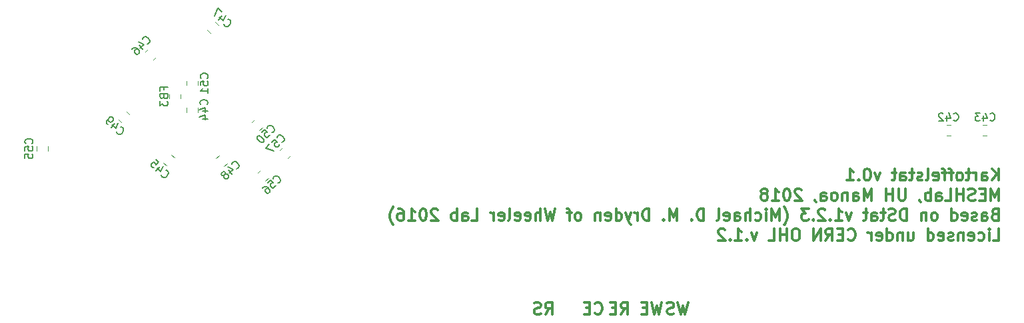
<source format=gbo>
G04 #@! TF.GenerationSoftware,KiCad,Pcbnew,(5.0.0)*
G04 #@! TF.CreationDate,2018-11-01T18:13:55-10:00*
G04 #@! TF.ProjectId,dstat-mainboard,64737461742D6D61696E626F6172642E,1.2.3*
G04 #@! TF.SameCoordinates,Original*
G04 #@! TF.FileFunction,Legend,Bot*
G04 #@! TF.FilePolarity,Positive*
%FSLAX46Y46*%
G04 Gerber Fmt 4.6, Leading zero omitted, Abs format (unit mm)*
G04 Created by KiCad (PCBNEW (5.0.0)) date 11/01/18 18:13:55*
%MOMM*%
%LPD*%
G01*
G04 APERTURE LIST*
%ADD10C,0.300000*%
%ADD11C,0.120000*%
%ADD12C,0.150000*%
G04 APERTURE END LIST*
D10*
X178204642Y-121670071D02*
X177847500Y-123170071D01*
X177561785Y-122098642D01*
X177276071Y-123170071D01*
X176918928Y-121670071D01*
X176418928Y-123098642D02*
X176204642Y-123170071D01*
X175847500Y-123170071D01*
X175704642Y-123098642D01*
X175633214Y-123027214D01*
X175561785Y-122884357D01*
X175561785Y-122741500D01*
X175633214Y-122598642D01*
X175704642Y-122527214D01*
X175847500Y-122455785D01*
X176133214Y-122384357D01*
X176276071Y-122312928D01*
X176347500Y-122241500D01*
X176418928Y-122098642D01*
X176418928Y-121955785D01*
X176347500Y-121812928D01*
X176276071Y-121741500D01*
X176133214Y-121670071D01*
X175776071Y-121670071D01*
X175561785Y-121741500D01*
X174866928Y-121670071D02*
X174509785Y-123170071D01*
X174224071Y-122098642D01*
X173938357Y-123170071D01*
X173581214Y-121670071D01*
X173009785Y-122384357D02*
X172509785Y-122384357D01*
X172295500Y-123170071D02*
X173009785Y-123170071D01*
X173009785Y-121670071D01*
X172295500Y-121670071D01*
X169695785Y-123170071D02*
X170195785Y-122455785D01*
X170552928Y-123170071D02*
X170552928Y-121670071D01*
X169981500Y-121670071D01*
X169838642Y-121741500D01*
X169767214Y-121812928D01*
X169695785Y-121955785D01*
X169695785Y-122170071D01*
X169767214Y-122312928D01*
X169838642Y-122384357D01*
X169981500Y-122455785D01*
X170552928Y-122455785D01*
X169052928Y-122384357D02*
X168552928Y-122384357D01*
X168338642Y-123170071D02*
X169052928Y-123170071D01*
X169052928Y-121670071D01*
X168338642Y-121670071D01*
X166393785Y-123027214D02*
X166465214Y-123098642D01*
X166679500Y-123170071D01*
X166822357Y-123170071D01*
X167036642Y-123098642D01*
X167179500Y-122955785D01*
X167250928Y-122812928D01*
X167322357Y-122527214D01*
X167322357Y-122312928D01*
X167250928Y-122027214D01*
X167179500Y-121884357D01*
X167036642Y-121741500D01*
X166822357Y-121670071D01*
X166679500Y-121670071D01*
X166465214Y-121741500D01*
X166393785Y-121812928D01*
X165750928Y-122384357D02*
X165250928Y-122384357D01*
X165036642Y-123170071D02*
X165750928Y-123170071D01*
X165750928Y-121670071D01*
X165036642Y-121670071D01*
X160079500Y-123170071D02*
X160579500Y-122455785D01*
X160936642Y-123170071D02*
X160936642Y-121670071D01*
X160365214Y-121670071D01*
X160222357Y-121741500D01*
X160150928Y-121812928D01*
X160079500Y-121955785D01*
X160079500Y-122170071D01*
X160150928Y-122312928D01*
X160222357Y-122384357D01*
X160365214Y-122455785D01*
X160936642Y-122455785D01*
X159508071Y-123098642D02*
X159293785Y-123170071D01*
X158936642Y-123170071D01*
X158793785Y-123098642D01*
X158722357Y-123027214D01*
X158650928Y-122884357D01*
X158650928Y-122741500D01*
X158722357Y-122598642D01*
X158793785Y-122527214D01*
X158936642Y-122455785D01*
X159222357Y-122384357D01*
X159365214Y-122312928D01*
X159436642Y-122241500D01*
X159508071Y-122098642D01*
X159508071Y-121955785D01*
X159436642Y-121812928D01*
X159365214Y-121741500D01*
X159222357Y-121670071D01*
X158865214Y-121670071D01*
X158650928Y-121741500D01*
X217697357Y-106137071D02*
X217697357Y-104637071D01*
X216840214Y-106137071D02*
X217483071Y-105279928D01*
X216840214Y-104637071D02*
X217697357Y-105494214D01*
X215554500Y-106137071D02*
X215554500Y-105351357D01*
X215625928Y-105208500D01*
X215768785Y-105137071D01*
X216054500Y-105137071D01*
X216197357Y-105208500D01*
X215554500Y-106065642D02*
X215697357Y-106137071D01*
X216054500Y-106137071D01*
X216197357Y-106065642D01*
X216268785Y-105922785D01*
X216268785Y-105779928D01*
X216197357Y-105637071D01*
X216054500Y-105565642D01*
X215697357Y-105565642D01*
X215554500Y-105494214D01*
X214840214Y-106137071D02*
X214840214Y-105137071D01*
X214840214Y-105422785D02*
X214768785Y-105279928D01*
X214697357Y-105208500D01*
X214554500Y-105137071D01*
X214411642Y-105137071D01*
X214125928Y-105137071D02*
X213554500Y-105137071D01*
X213911642Y-104637071D02*
X213911642Y-105922785D01*
X213840214Y-106065642D01*
X213697357Y-106137071D01*
X213554500Y-106137071D01*
X212840214Y-106137071D02*
X212983071Y-106065642D01*
X213054500Y-105994214D01*
X213125928Y-105851357D01*
X213125928Y-105422785D01*
X213054500Y-105279928D01*
X212983071Y-105208500D01*
X212840214Y-105137071D01*
X212625928Y-105137071D01*
X212483071Y-105208500D01*
X212411642Y-105279928D01*
X212340214Y-105422785D01*
X212340214Y-105851357D01*
X212411642Y-105994214D01*
X212483071Y-106065642D01*
X212625928Y-106137071D01*
X212840214Y-106137071D01*
X211911642Y-105137071D02*
X211340214Y-105137071D01*
X211697357Y-106137071D02*
X211697357Y-104851357D01*
X211625928Y-104708500D01*
X211483071Y-104637071D01*
X211340214Y-104637071D01*
X211054500Y-105137071D02*
X210483071Y-105137071D01*
X210840214Y-106137071D02*
X210840214Y-104851357D01*
X210768785Y-104708500D01*
X210625928Y-104637071D01*
X210483071Y-104637071D01*
X209411642Y-106065642D02*
X209554500Y-106137071D01*
X209840214Y-106137071D01*
X209983071Y-106065642D01*
X210054500Y-105922785D01*
X210054500Y-105351357D01*
X209983071Y-105208500D01*
X209840214Y-105137071D01*
X209554500Y-105137071D01*
X209411642Y-105208500D01*
X209340214Y-105351357D01*
X209340214Y-105494214D01*
X210054500Y-105637071D01*
X208483071Y-106137071D02*
X208625928Y-106065642D01*
X208697357Y-105922785D01*
X208697357Y-104637071D01*
X207983071Y-106065642D02*
X207840214Y-106137071D01*
X207554500Y-106137071D01*
X207411642Y-106065642D01*
X207340214Y-105922785D01*
X207340214Y-105851357D01*
X207411642Y-105708500D01*
X207554500Y-105637071D01*
X207768785Y-105637071D01*
X207911642Y-105565642D01*
X207983071Y-105422785D01*
X207983071Y-105351357D01*
X207911642Y-105208500D01*
X207768785Y-105137071D01*
X207554500Y-105137071D01*
X207411642Y-105208500D01*
X206911642Y-105137071D02*
X206340214Y-105137071D01*
X206697357Y-104637071D02*
X206697357Y-105922785D01*
X206625928Y-106065642D01*
X206483071Y-106137071D01*
X206340214Y-106137071D01*
X205197357Y-106137071D02*
X205197357Y-105351357D01*
X205268785Y-105208500D01*
X205411642Y-105137071D01*
X205697357Y-105137071D01*
X205840214Y-105208500D01*
X205197357Y-106065642D02*
X205340214Y-106137071D01*
X205697357Y-106137071D01*
X205840214Y-106065642D01*
X205911642Y-105922785D01*
X205911642Y-105779928D01*
X205840214Y-105637071D01*
X205697357Y-105565642D01*
X205340214Y-105565642D01*
X205197357Y-105494214D01*
X204697357Y-105137071D02*
X204125928Y-105137071D01*
X204483071Y-104637071D02*
X204483071Y-105922785D01*
X204411642Y-106065642D01*
X204268785Y-106137071D01*
X204125928Y-106137071D01*
X202625928Y-105137071D02*
X202268785Y-106137071D01*
X201911642Y-105137071D01*
X201054500Y-104637071D02*
X200911642Y-104637071D01*
X200768785Y-104708500D01*
X200697357Y-104779928D01*
X200625928Y-104922785D01*
X200554500Y-105208500D01*
X200554500Y-105565642D01*
X200625928Y-105851357D01*
X200697357Y-105994214D01*
X200768785Y-106065642D01*
X200911642Y-106137071D01*
X201054500Y-106137071D01*
X201197357Y-106065642D01*
X201268785Y-105994214D01*
X201340214Y-105851357D01*
X201411642Y-105565642D01*
X201411642Y-105208500D01*
X201340214Y-104922785D01*
X201268785Y-104779928D01*
X201197357Y-104708500D01*
X201054500Y-104637071D01*
X199911642Y-105994214D02*
X199840214Y-106065642D01*
X199911642Y-106137071D01*
X199983071Y-106065642D01*
X199911642Y-105994214D01*
X199911642Y-106137071D01*
X198411642Y-106137071D02*
X199268785Y-106137071D01*
X198840214Y-106137071D02*
X198840214Y-104637071D01*
X198983071Y-104851357D01*
X199125928Y-104994214D01*
X199268785Y-105065642D01*
X217697357Y-108687071D02*
X217697357Y-107187071D01*
X217197357Y-108258500D01*
X216697357Y-107187071D01*
X216697357Y-108687071D01*
X215983071Y-107901357D02*
X215483071Y-107901357D01*
X215268785Y-108687071D02*
X215983071Y-108687071D01*
X215983071Y-107187071D01*
X215268785Y-107187071D01*
X214697357Y-108615642D02*
X214483071Y-108687071D01*
X214125928Y-108687071D01*
X213983071Y-108615642D01*
X213911642Y-108544214D01*
X213840214Y-108401357D01*
X213840214Y-108258500D01*
X213911642Y-108115642D01*
X213983071Y-108044214D01*
X214125928Y-107972785D01*
X214411642Y-107901357D01*
X214554500Y-107829928D01*
X214625928Y-107758500D01*
X214697357Y-107615642D01*
X214697357Y-107472785D01*
X214625928Y-107329928D01*
X214554500Y-107258500D01*
X214411642Y-107187071D01*
X214054500Y-107187071D01*
X213840214Y-107258500D01*
X213197357Y-108687071D02*
X213197357Y-107187071D01*
X213197357Y-107901357D02*
X212340214Y-107901357D01*
X212340214Y-108687071D02*
X212340214Y-107187071D01*
X210911642Y-108687071D02*
X211625928Y-108687071D01*
X211625928Y-107187071D01*
X209768785Y-108687071D02*
X209768785Y-107901357D01*
X209840214Y-107758500D01*
X209983071Y-107687071D01*
X210268785Y-107687071D01*
X210411642Y-107758500D01*
X209768785Y-108615642D02*
X209911642Y-108687071D01*
X210268785Y-108687071D01*
X210411642Y-108615642D01*
X210483071Y-108472785D01*
X210483071Y-108329928D01*
X210411642Y-108187071D01*
X210268785Y-108115642D01*
X209911642Y-108115642D01*
X209768785Y-108044214D01*
X209054500Y-108687071D02*
X209054500Y-107187071D01*
X209054500Y-107758500D02*
X208911642Y-107687071D01*
X208625928Y-107687071D01*
X208483071Y-107758500D01*
X208411642Y-107829928D01*
X208340214Y-107972785D01*
X208340214Y-108401357D01*
X208411642Y-108544214D01*
X208483071Y-108615642D01*
X208625928Y-108687071D01*
X208911642Y-108687071D01*
X209054500Y-108615642D01*
X207625928Y-108615642D02*
X207625928Y-108687071D01*
X207697357Y-108829928D01*
X207768785Y-108901357D01*
X205840214Y-107187071D02*
X205840214Y-108401357D01*
X205768785Y-108544214D01*
X205697357Y-108615642D01*
X205554500Y-108687071D01*
X205268785Y-108687071D01*
X205125928Y-108615642D01*
X205054500Y-108544214D01*
X204983071Y-108401357D01*
X204983071Y-107187071D01*
X204268785Y-108687071D02*
X204268785Y-107187071D01*
X204268785Y-107901357D02*
X203411642Y-107901357D01*
X203411642Y-108687071D02*
X203411642Y-107187071D01*
X201554500Y-108687071D02*
X201554500Y-107187071D01*
X201054500Y-108258500D01*
X200554500Y-107187071D01*
X200554500Y-108687071D01*
X199197357Y-108687071D02*
X199197357Y-107901357D01*
X199268785Y-107758500D01*
X199411642Y-107687071D01*
X199697357Y-107687071D01*
X199840214Y-107758500D01*
X199197357Y-108615642D02*
X199340214Y-108687071D01*
X199697357Y-108687071D01*
X199840214Y-108615642D01*
X199911642Y-108472785D01*
X199911642Y-108329928D01*
X199840214Y-108187071D01*
X199697357Y-108115642D01*
X199340214Y-108115642D01*
X199197357Y-108044214D01*
X198483071Y-107687071D02*
X198483071Y-108687071D01*
X198483071Y-107829928D02*
X198411642Y-107758500D01*
X198268785Y-107687071D01*
X198054500Y-107687071D01*
X197911642Y-107758500D01*
X197840214Y-107901357D01*
X197840214Y-108687071D01*
X196911642Y-108687071D02*
X197054500Y-108615642D01*
X197125928Y-108544214D01*
X197197357Y-108401357D01*
X197197357Y-107972785D01*
X197125928Y-107829928D01*
X197054500Y-107758500D01*
X196911642Y-107687071D01*
X196697357Y-107687071D01*
X196554500Y-107758500D01*
X196483071Y-107829928D01*
X196411642Y-107972785D01*
X196411642Y-108401357D01*
X196483071Y-108544214D01*
X196554500Y-108615642D01*
X196697357Y-108687071D01*
X196911642Y-108687071D01*
X195125928Y-108687071D02*
X195125928Y-107901357D01*
X195197357Y-107758500D01*
X195340214Y-107687071D01*
X195625928Y-107687071D01*
X195768785Y-107758500D01*
X195125928Y-108615642D02*
X195268785Y-108687071D01*
X195625928Y-108687071D01*
X195768785Y-108615642D01*
X195840214Y-108472785D01*
X195840214Y-108329928D01*
X195768785Y-108187071D01*
X195625928Y-108115642D01*
X195268785Y-108115642D01*
X195125928Y-108044214D01*
X194340214Y-108615642D02*
X194340214Y-108687071D01*
X194411642Y-108829928D01*
X194483071Y-108901357D01*
X192625928Y-107329928D02*
X192554500Y-107258500D01*
X192411642Y-107187071D01*
X192054500Y-107187071D01*
X191911642Y-107258500D01*
X191840214Y-107329928D01*
X191768785Y-107472785D01*
X191768785Y-107615642D01*
X191840214Y-107829928D01*
X192697357Y-108687071D01*
X191768785Y-108687071D01*
X190840214Y-107187071D02*
X190697357Y-107187071D01*
X190554500Y-107258500D01*
X190483071Y-107329928D01*
X190411642Y-107472785D01*
X190340214Y-107758500D01*
X190340214Y-108115642D01*
X190411642Y-108401357D01*
X190483071Y-108544214D01*
X190554500Y-108615642D01*
X190697357Y-108687071D01*
X190840214Y-108687071D01*
X190983071Y-108615642D01*
X191054500Y-108544214D01*
X191125928Y-108401357D01*
X191197357Y-108115642D01*
X191197357Y-107758500D01*
X191125928Y-107472785D01*
X191054500Y-107329928D01*
X190983071Y-107258500D01*
X190840214Y-107187071D01*
X188911642Y-108687071D02*
X189768785Y-108687071D01*
X189340214Y-108687071D02*
X189340214Y-107187071D01*
X189483071Y-107401357D01*
X189625928Y-107544214D01*
X189768785Y-107615642D01*
X188054500Y-107829928D02*
X188197357Y-107758500D01*
X188268785Y-107687071D01*
X188340214Y-107544214D01*
X188340214Y-107472785D01*
X188268785Y-107329928D01*
X188197357Y-107258500D01*
X188054500Y-107187071D01*
X187768785Y-107187071D01*
X187625928Y-107258500D01*
X187554500Y-107329928D01*
X187483071Y-107472785D01*
X187483071Y-107544214D01*
X187554500Y-107687071D01*
X187625928Y-107758500D01*
X187768785Y-107829928D01*
X188054500Y-107829928D01*
X188197357Y-107901357D01*
X188268785Y-107972785D01*
X188340214Y-108115642D01*
X188340214Y-108401357D01*
X188268785Y-108544214D01*
X188197357Y-108615642D01*
X188054500Y-108687071D01*
X187768785Y-108687071D01*
X187625928Y-108615642D01*
X187554500Y-108544214D01*
X187483071Y-108401357D01*
X187483071Y-108115642D01*
X187554500Y-107972785D01*
X187625928Y-107901357D01*
X187768785Y-107829928D01*
X217197357Y-110451357D02*
X216983071Y-110522785D01*
X216911642Y-110594214D01*
X216840214Y-110737071D01*
X216840214Y-110951357D01*
X216911642Y-111094214D01*
X216983071Y-111165642D01*
X217125928Y-111237071D01*
X217697357Y-111237071D01*
X217697357Y-109737071D01*
X217197357Y-109737071D01*
X217054500Y-109808500D01*
X216983071Y-109879928D01*
X216911642Y-110022785D01*
X216911642Y-110165642D01*
X216983071Y-110308500D01*
X217054500Y-110379928D01*
X217197357Y-110451357D01*
X217697357Y-110451357D01*
X215554500Y-111237071D02*
X215554500Y-110451357D01*
X215625928Y-110308500D01*
X215768785Y-110237071D01*
X216054500Y-110237071D01*
X216197357Y-110308500D01*
X215554500Y-111165642D02*
X215697357Y-111237071D01*
X216054500Y-111237071D01*
X216197357Y-111165642D01*
X216268785Y-111022785D01*
X216268785Y-110879928D01*
X216197357Y-110737071D01*
X216054500Y-110665642D01*
X215697357Y-110665642D01*
X215554500Y-110594214D01*
X214911642Y-111165642D02*
X214768785Y-111237071D01*
X214483071Y-111237071D01*
X214340214Y-111165642D01*
X214268785Y-111022785D01*
X214268785Y-110951357D01*
X214340214Y-110808500D01*
X214483071Y-110737071D01*
X214697357Y-110737071D01*
X214840214Y-110665642D01*
X214911642Y-110522785D01*
X214911642Y-110451357D01*
X214840214Y-110308500D01*
X214697357Y-110237071D01*
X214483071Y-110237071D01*
X214340214Y-110308500D01*
X213054500Y-111165642D02*
X213197357Y-111237071D01*
X213483071Y-111237071D01*
X213625928Y-111165642D01*
X213697357Y-111022785D01*
X213697357Y-110451357D01*
X213625928Y-110308500D01*
X213483071Y-110237071D01*
X213197357Y-110237071D01*
X213054500Y-110308500D01*
X212983071Y-110451357D01*
X212983071Y-110594214D01*
X213697357Y-110737071D01*
X211697357Y-111237071D02*
X211697357Y-109737071D01*
X211697357Y-111165642D02*
X211840214Y-111237071D01*
X212125928Y-111237071D01*
X212268785Y-111165642D01*
X212340214Y-111094214D01*
X212411642Y-110951357D01*
X212411642Y-110522785D01*
X212340214Y-110379928D01*
X212268785Y-110308500D01*
X212125928Y-110237071D01*
X211840214Y-110237071D01*
X211697357Y-110308500D01*
X209625928Y-111237071D02*
X209768785Y-111165642D01*
X209840214Y-111094214D01*
X209911642Y-110951357D01*
X209911642Y-110522785D01*
X209840214Y-110379928D01*
X209768785Y-110308500D01*
X209625928Y-110237071D01*
X209411642Y-110237071D01*
X209268785Y-110308500D01*
X209197357Y-110379928D01*
X209125928Y-110522785D01*
X209125928Y-110951357D01*
X209197357Y-111094214D01*
X209268785Y-111165642D01*
X209411642Y-111237071D01*
X209625928Y-111237071D01*
X208483071Y-110237071D02*
X208483071Y-111237071D01*
X208483071Y-110379928D02*
X208411642Y-110308500D01*
X208268785Y-110237071D01*
X208054500Y-110237071D01*
X207911642Y-110308500D01*
X207840214Y-110451357D01*
X207840214Y-111237071D01*
X205983071Y-111237071D02*
X205983071Y-109737071D01*
X205625928Y-109737071D01*
X205411642Y-109808500D01*
X205268785Y-109951357D01*
X205197357Y-110094214D01*
X205125928Y-110379928D01*
X205125928Y-110594214D01*
X205197357Y-110879928D01*
X205268785Y-111022785D01*
X205411642Y-111165642D01*
X205625928Y-111237071D01*
X205983071Y-111237071D01*
X204554500Y-111165642D02*
X204340214Y-111237071D01*
X203983071Y-111237071D01*
X203840214Y-111165642D01*
X203768785Y-111094214D01*
X203697357Y-110951357D01*
X203697357Y-110808500D01*
X203768785Y-110665642D01*
X203840214Y-110594214D01*
X203983071Y-110522785D01*
X204268785Y-110451357D01*
X204411642Y-110379928D01*
X204483071Y-110308500D01*
X204554500Y-110165642D01*
X204554500Y-110022785D01*
X204483071Y-109879928D01*
X204411642Y-109808500D01*
X204268785Y-109737071D01*
X203911642Y-109737071D01*
X203697357Y-109808500D01*
X203268785Y-110237071D02*
X202697357Y-110237071D01*
X203054500Y-109737071D02*
X203054500Y-111022785D01*
X202983071Y-111165642D01*
X202840214Y-111237071D01*
X202697357Y-111237071D01*
X201554500Y-111237071D02*
X201554500Y-110451357D01*
X201625928Y-110308500D01*
X201768785Y-110237071D01*
X202054500Y-110237071D01*
X202197357Y-110308500D01*
X201554500Y-111165642D02*
X201697357Y-111237071D01*
X202054500Y-111237071D01*
X202197357Y-111165642D01*
X202268785Y-111022785D01*
X202268785Y-110879928D01*
X202197357Y-110737071D01*
X202054500Y-110665642D01*
X201697357Y-110665642D01*
X201554500Y-110594214D01*
X201054500Y-110237071D02*
X200483071Y-110237071D01*
X200840214Y-109737071D02*
X200840214Y-111022785D01*
X200768785Y-111165642D01*
X200625928Y-111237071D01*
X200483071Y-111237071D01*
X198983071Y-110237071D02*
X198625928Y-111237071D01*
X198268785Y-110237071D01*
X196911642Y-111237071D02*
X197768785Y-111237071D01*
X197340214Y-111237071D02*
X197340214Y-109737071D01*
X197483071Y-109951357D01*
X197625928Y-110094214D01*
X197768785Y-110165642D01*
X196268785Y-111094214D02*
X196197357Y-111165642D01*
X196268785Y-111237071D01*
X196340214Y-111165642D01*
X196268785Y-111094214D01*
X196268785Y-111237071D01*
X195625928Y-109879928D02*
X195554500Y-109808500D01*
X195411642Y-109737071D01*
X195054500Y-109737071D01*
X194911642Y-109808500D01*
X194840214Y-109879928D01*
X194768785Y-110022785D01*
X194768785Y-110165642D01*
X194840214Y-110379928D01*
X195697357Y-111237071D01*
X194768785Y-111237071D01*
X194125928Y-111094214D02*
X194054500Y-111165642D01*
X194125928Y-111237071D01*
X194197357Y-111165642D01*
X194125928Y-111094214D01*
X194125928Y-111237071D01*
X193554500Y-109737071D02*
X192625928Y-109737071D01*
X193125928Y-110308500D01*
X192911642Y-110308500D01*
X192768785Y-110379928D01*
X192697357Y-110451357D01*
X192625928Y-110594214D01*
X192625928Y-110951357D01*
X192697357Y-111094214D01*
X192768785Y-111165642D01*
X192911642Y-111237071D01*
X193340214Y-111237071D01*
X193483071Y-111165642D01*
X193554500Y-111094214D01*
X190411642Y-111808500D02*
X190483071Y-111737071D01*
X190625928Y-111522785D01*
X190697357Y-111379928D01*
X190768785Y-111165642D01*
X190840214Y-110808500D01*
X190840214Y-110522785D01*
X190768785Y-110165642D01*
X190697357Y-109951357D01*
X190625928Y-109808500D01*
X190483071Y-109594214D01*
X190411642Y-109522785D01*
X189840214Y-111237071D02*
X189840214Y-109737071D01*
X189340214Y-110808500D01*
X188840214Y-109737071D01*
X188840214Y-111237071D01*
X188125928Y-111237071D02*
X188125928Y-110237071D01*
X188125928Y-109737071D02*
X188197357Y-109808500D01*
X188125928Y-109879928D01*
X188054500Y-109808500D01*
X188125928Y-109737071D01*
X188125928Y-109879928D01*
X186768785Y-111165642D02*
X186911642Y-111237071D01*
X187197357Y-111237071D01*
X187340214Y-111165642D01*
X187411642Y-111094214D01*
X187483071Y-110951357D01*
X187483071Y-110522785D01*
X187411642Y-110379928D01*
X187340214Y-110308500D01*
X187197357Y-110237071D01*
X186911642Y-110237071D01*
X186768785Y-110308500D01*
X186125928Y-111237071D02*
X186125928Y-109737071D01*
X185483071Y-111237071D02*
X185483071Y-110451357D01*
X185554500Y-110308500D01*
X185697357Y-110237071D01*
X185911642Y-110237071D01*
X186054500Y-110308500D01*
X186125928Y-110379928D01*
X184125928Y-111237071D02*
X184125928Y-110451357D01*
X184197357Y-110308500D01*
X184340214Y-110237071D01*
X184625928Y-110237071D01*
X184768785Y-110308500D01*
X184125928Y-111165642D02*
X184268785Y-111237071D01*
X184625928Y-111237071D01*
X184768785Y-111165642D01*
X184840214Y-111022785D01*
X184840214Y-110879928D01*
X184768785Y-110737071D01*
X184625928Y-110665642D01*
X184268785Y-110665642D01*
X184125928Y-110594214D01*
X182840214Y-111165642D02*
X182983071Y-111237071D01*
X183268785Y-111237071D01*
X183411642Y-111165642D01*
X183483071Y-111022785D01*
X183483071Y-110451357D01*
X183411642Y-110308500D01*
X183268785Y-110237071D01*
X182983071Y-110237071D01*
X182840214Y-110308500D01*
X182768785Y-110451357D01*
X182768785Y-110594214D01*
X183483071Y-110737071D01*
X181911642Y-111237071D02*
X182054500Y-111165642D01*
X182125928Y-111022785D01*
X182125928Y-109737071D01*
X180197357Y-111237071D02*
X180197357Y-109737071D01*
X179840214Y-109737071D01*
X179625928Y-109808500D01*
X179483071Y-109951357D01*
X179411642Y-110094214D01*
X179340214Y-110379928D01*
X179340214Y-110594214D01*
X179411642Y-110879928D01*
X179483071Y-111022785D01*
X179625928Y-111165642D01*
X179840214Y-111237071D01*
X180197357Y-111237071D01*
X178697357Y-111094214D02*
X178625928Y-111165642D01*
X178697357Y-111237071D01*
X178768785Y-111165642D01*
X178697357Y-111094214D01*
X178697357Y-111237071D01*
X176840214Y-111237071D02*
X176840214Y-109737071D01*
X176340214Y-110808500D01*
X175840214Y-109737071D01*
X175840214Y-111237071D01*
X175125928Y-111094214D02*
X175054500Y-111165642D01*
X175125928Y-111237071D01*
X175197357Y-111165642D01*
X175125928Y-111094214D01*
X175125928Y-111237071D01*
X173268785Y-111237071D02*
X173268785Y-109737071D01*
X172911642Y-109737071D01*
X172697357Y-109808500D01*
X172554500Y-109951357D01*
X172483071Y-110094214D01*
X172411642Y-110379928D01*
X172411642Y-110594214D01*
X172483071Y-110879928D01*
X172554500Y-111022785D01*
X172697357Y-111165642D01*
X172911642Y-111237071D01*
X173268785Y-111237071D01*
X171768785Y-111237071D02*
X171768785Y-110237071D01*
X171768785Y-110522785D02*
X171697357Y-110379928D01*
X171625928Y-110308500D01*
X171483071Y-110237071D01*
X171340214Y-110237071D01*
X170983071Y-110237071D02*
X170625928Y-111237071D01*
X170268785Y-110237071D02*
X170625928Y-111237071D01*
X170768785Y-111594214D01*
X170840214Y-111665642D01*
X170983071Y-111737071D01*
X169054500Y-111237071D02*
X169054500Y-109737071D01*
X169054500Y-111165642D02*
X169197357Y-111237071D01*
X169483071Y-111237071D01*
X169625928Y-111165642D01*
X169697357Y-111094214D01*
X169768785Y-110951357D01*
X169768785Y-110522785D01*
X169697357Y-110379928D01*
X169625928Y-110308500D01*
X169483071Y-110237071D01*
X169197357Y-110237071D01*
X169054500Y-110308500D01*
X167768785Y-111165642D02*
X167911642Y-111237071D01*
X168197357Y-111237071D01*
X168340214Y-111165642D01*
X168411642Y-111022785D01*
X168411642Y-110451357D01*
X168340214Y-110308500D01*
X168197357Y-110237071D01*
X167911642Y-110237071D01*
X167768785Y-110308500D01*
X167697357Y-110451357D01*
X167697357Y-110594214D01*
X168411642Y-110737071D01*
X167054500Y-110237071D02*
X167054500Y-111237071D01*
X167054500Y-110379928D02*
X166983071Y-110308500D01*
X166840214Y-110237071D01*
X166625928Y-110237071D01*
X166483071Y-110308500D01*
X166411642Y-110451357D01*
X166411642Y-111237071D01*
X164340214Y-111237071D02*
X164483071Y-111165642D01*
X164554500Y-111094214D01*
X164625928Y-110951357D01*
X164625928Y-110522785D01*
X164554500Y-110379928D01*
X164483071Y-110308500D01*
X164340214Y-110237071D01*
X164125928Y-110237071D01*
X163983071Y-110308500D01*
X163911642Y-110379928D01*
X163840214Y-110522785D01*
X163840214Y-110951357D01*
X163911642Y-111094214D01*
X163983071Y-111165642D01*
X164125928Y-111237071D01*
X164340214Y-111237071D01*
X163411642Y-110237071D02*
X162840214Y-110237071D01*
X163197357Y-111237071D02*
X163197357Y-109951357D01*
X163125928Y-109808500D01*
X162983071Y-109737071D01*
X162840214Y-109737071D01*
X161340214Y-109737071D02*
X160983071Y-111237071D01*
X160697357Y-110165642D01*
X160411642Y-111237071D01*
X160054500Y-109737071D01*
X159483071Y-111237071D02*
X159483071Y-109737071D01*
X158840214Y-111237071D02*
X158840214Y-110451357D01*
X158911642Y-110308500D01*
X159054500Y-110237071D01*
X159268785Y-110237071D01*
X159411642Y-110308500D01*
X159483071Y-110379928D01*
X157554500Y-111165642D02*
X157697357Y-111237071D01*
X157983071Y-111237071D01*
X158125928Y-111165642D01*
X158197357Y-111022785D01*
X158197357Y-110451357D01*
X158125928Y-110308500D01*
X157983071Y-110237071D01*
X157697357Y-110237071D01*
X157554500Y-110308500D01*
X157483071Y-110451357D01*
X157483071Y-110594214D01*
X158197357Y-110737071D01*
X156268785Y-111165642D02*
X156411642Y-111237071D01*
X156697357Y-111237071D01*
X156840214Y-111165642D01*
X156911642Y-111022785D01*
X156911642Y-110451357D01*
X156840214Y-110308500D01*
X156697357Y-110237071D01*
X156411642Y-110237071D01*
X156268785Y-110308500D01*
X156197357Y-110451357D01*
X156197357Y-110594214D01*
X156911642Y-110737071D01*
X155340214Y-111237071D02*
X155483071Y-111165642D01*
X155554500Y-111022785D01*
X155554500Y-109737071D01*
X154197357Y-111165642D02*
X154340214Y-111237071D01*
X154625928Y-111237071D01*
X154768785Y-111165642D01*
X154840214Y-111022785D01*
X154840214Y-110451357D01*
X154768785Y-110308500D01*
X154625928Y-110237071D01*
X154340214Y-110237071D01*
X154197357Y-110308500D01*
X154125928Y-110451357D01*
X154125928Y-110594214D01*
X154840214Y-110737071D01*
X153483071Y-111237071D02*
X153483071Y-110237071D01*
X153483071Y-110522785D02*
X153411642Y-110379928D01*
X153340214Y-110308500D01*
X153197357Y-110237071D01*
X153054500Y-110237071D01*
X150697357Y-111237071D02*
X151411642Y-111237071D01*
X151411642Y-109737071D01*
X149554500Y-111237071D02*
X149554500Y-110451357D01*
X149625928Y-110308500D01*
X149768785Y-110237071D01*
X150054500Y-110237071D01*
X150197357Y-110308500D01*
X149554500Y-111165642D02*
X149697357Y-111237071D01*
X150054500Y-111237071D01*
X150197357Y-111165642D01*
X150268785Y-111022785D01*
X150268785Y-110879928D01*
X150197357Y-110737071D01*
X150054500Y-110665642D01*
X149697357Y-110665642D01*
X149554500Y-110594214D01*
X148840214Y-111237071D02*
X148840214Y-109737071D01*
X148840214Y-110308500D02*
X148697357Y-110237071D01*
X148411642Y-110237071D01*
X148268785Y-110308500D01*
X148197357Y-110379928D01*
X148125928Y-110522785D01*
X148125928Y-110951357D01*
X148197357Y-111094214D01*
X148268785Y-111165642D01*
X148411642Y-111237071D01*
X148697357Y-111237071D01*
X148840214Y-111165642D01*
X146411642Y-109879928D02*
X146340214Y-109808500D01*
X146197357Y-109737071D01*
X145840214Y-109737071D01*
X145697357Y-109808500D01*
X145625928Y-109879928D01*
X145554500Y-110022785D01*
X145554500Y-110165642D01*
X145625928Y-110379928D01*
X146483071Y-111237071D01*
X145554500Y-111237071D01*
X144625928Y-109737071D02*
X144483071Y-109737071D01*
X144340214Y-109808500D01*
X144268785Y-109879928D01*
X144197357Y-110022785D01*
X144125928Y-110308500D01*
X144125928Y-110665642D01*
X144197357Y-110951357D01*
X144268785Y-111094214D01*
X144340214Y-111165642D01*
X144483071Y-111237071D01*
X144625928Y-111237071D01*
X144768785Y-111165642D01*
X144840214Y-111094214D01*
X144911642Y-110951357D01*
X144983071Y-110665642D01*
X144983071Y-110308500D01*
X144911642Y-110022785D01*
X144840214Y-109879928D01*
X144768785Y-109808500D01*
X144625928Y-109737071D01*
X142697357Y-111237071D02*
X143554500Y-111237071D01*
X143125928Y-111237071D02*
X143125928Y-109737071D01*
X143268785Y-109951357D01*
X143411642Y-110094214D01*
X143554500Y-110165642D01*
X141411642Y-109737071D02*
X141697357Y-109737071D01*
X141840214Y-109808500D01*
X141911642Y-109879928D01*
X142054500Y-110094214D01*
X142125928Y-110379928D01*
X142125928Y-110951357D01*
X142054500Y-111094214D01*
X141983071Y-111165642D01*
X141840214Y-111237071D01*
X141554500Y-111237071D01*
X141411642Y-111165642D01*
X141340214Y-111094214D01*
X141268785Y-110951357D01*
X141268785Y-110594214D01*
X141340214Y-110451357D01*
X141411642Y-110379928D01*
X141554500Y-110308500D01*
X141840214Y-110308500D01*
X141983071Y-110379928D01*
X142054500Y-110451357D01*
X142125928Y-110594214D01*
X140768785Y-111808500D02*
X140697357Y-111737071D01*
X140554500Y-111522785D01*
X140483071Y-111379928D01*
X140411642Y-111165642D01*
X140340214Y-110808500D01*
X140340214Y-110522785D01*
X140411642Y-110165642D01*
X140483071Y-109951357D01*
X140554500Y-109808500D01*
X140697357Y-109594214D01*
X140768785Y-109522785D01*
X216983071Y-113787071D02*
X217697357Y-113787071D01*
X217697357Y-112287071D01*
X216483071Y-113787071D02*
X216483071Y-112787071D01*
X216483071Y-112287071D02*
X216554500Y-112358500D01*
X216483071Y-112429928D01*
X216411642Y-112358500D01*
X216483071Y-112287071D01*
X216483071Y-112429928D01*
X215125928Y-113715642D02*
X215268785Y-113787071D01*
X215554500Y-113787071D01*
X215697357Y-113715642D01*
X215768785Y-113644214D01*
X215840214Y-113501357D01*
X215840214Y-113072785D01*
X215768785Y-112929928D01*
X215697357Y-112858500D01*
X215554500Y-112787071D01*
X215268785Y-112787071D01*
X215125928Y-112858500D01*
X213911642Y-113715642D02*
X214054500Y-113787071D01*
X214340214Y-113787071D01*
X214483071Y-113715642D01*
X214554500Y-113572785D01*
X214554500Y-113001357D01*
X214483071Y-112858500D01*
X214340214Y-112787071D01*
X214054500Y-112787071D01*
X213911642Y-112858500D01*
X213840214Y-113001357D01*
X213840214Y-113144214D01*
X214554500Y-113287071D01*
X213197357Y-112787071D02*
X213197357Y-113787071D01*
X213197357Y-112929928D02*
X213125928Y-112858500D01*
X212983071Y-112787071D01*
X212768785Y-112787071D01*
X212625928Y-112858500D01*
X212554500Y-113001357D01*
X212554500Y-113787071D01*
X211911642Y-113715642D02*
X211768785Y-113787071D01*
X211483071Y-113787071D01*
X211340214Y-113715642D01*
X211268785Y-113572785D01*
X211268785Y-113501357D01*
X211340214Y-113358500D01*
X211483071Y-113287071D01*
X211697357Y-113287071D01*
X211840214Y-113215642D01*
X211911642Y-113072785D01*
X211911642Y-113001357D01*
X211840214Y-112858500D01*
X211697357Y-112787071D01*
X211483071Y-112787071D01*
X211340214Y-112858500D01*
X210054500Y-113715642D02*
X210197357Y-113787071D01*
X210483071Y-113787071D01*
X210625928Y-113715642D01*
X210697357Y-113572785D01*
X210697357Y-113001357D01*
X210625928Y-112858500D01*
X210483071Y-112787071D01*
X210197357Y-112787071D01*
X210054500Y-112858500D01*
X209983071Y-113001357D01*
X209983071Y-113144214D01*
X210697357Y-113287071D01*
X208697357Y-113787071D02*
X208697357Y-112287071D01*
X208697357Y-113715642D02*
X208840214Y-113787071D01*
X209125928Y-113787071D01*
X209268785Y-113715642D01*
X209340214Y-113644214D01*
X209411642Y-113501357D01*
X209411642Y-113072785D01*
X209340214Y-112929928D01*
X209268785Y-112858500D01*
X209125928Y-112787071D01*
X208840214Y-112787071D01*
X208697357Y-112858500D01*
X206197357Y-112787071D02*
X206197357Y-113787071D01*
X206840214Y-112787071D02*
X206840214Y-113572785D01*
X206768785Y-113715642D01*
X206625928Y-113787071D01*
X206411642Y-113787071D01*
X206268785Y-113715642D01*
X206197357Y-113644214D01*
X205483071Y-112787071D02*
X205483071Y-113787071D01*
X205483071Y-112929928D02*
X205411642Y-112858500D01*
X205268785Y-112787071D01*
X205054500Y-112787071D01*
X204911642Y-112858500D01*
X204840214Y-113001357D01*
X204840214Y-113787071D01*
X203483071Y-113787071D02*
X203483071Y-112287071D01*
X203483071Y-113715642D02*
X203625928Y-113787071D01*
X203911642Y-113787071D01*
X204054500Y-113715642D01*
X204125928Y-113644214D01*
X204197357Y-113501357D01*
X204197357Y-113072785D01*
X204125928Y-112929928D01*
X204054500Y-112858500D01*
X203911642Y-112787071D01*
X203625928Y-112787071D01*
X203483071Y-112858500D01*
X202197357Y-113715642D02*
X202340214Y-113787071D01*
X202625928Y-113787071D01*
X202768785Y-113715642D01*
X202840214Y-113572785D01*
X202840214Y-113001357D01*
X202768785Y-112858500D01*
X202625928Y-112787071D01*
X202340214Y-112787071D01*
X202197357Y-112858500D01*
X202125928Y-113001357D01*
X202125928Y-113144214D01*
X202840214Y-113287071D01*
X201483071Y-113787071D02*
X201483071Y-112787071D01*
X201483071Y-113072785D02*
X201411642Y-112929928D01*
X201340214Y-112858500D01*
X201197357Y-112787071D01*
X201054500Y-112787071D01*
X198554500Y-113644214D02*
X198625928Y-113715642D01*
X198840214Y-113787071D01*
X198983071Y-113787071D01*
X199197357Y-113715642D01*
X199340214Y-113572785D01*
X199411642Y-113429928D01*
X199483071Y-113144214D01*
X199483071Y-112929928D01*
X199411642Y-112644214D01*
X199340214Y-112501357D01*
X199197357Y-112358500D01*
X198983071Y-112287071D01*
X198840214Y-112287071D01*
X198625928Y-112358500D01*
X198554500Y-112429928D01*
X197911642Y-113001357D02*
X197411642Y-113001357D01*
X197197357Y-113787071D02*
X197911642Y-113787071D01*
X197911642Y-112287071D01*
X197197357Y-112287071D01*
X195697357Y-113787071D02*
X196197357Y-113072785D01*
X196554500Y-113787071D02*
X196554500Y-112287071D01*
X195983071Y-112287071D01*
X195840214Y-112358500D01*
X195768785Y-112429928D01*
X195697357Y-112572785D01*
X195697357Y-112787071D01*
X195768785Y-112929928D01*
X195840214Y-113001357D01*
X195983071Y-113072785D01*
X196554500Y-113072785D01*
X195054500Y-113787071D02*
X195054500Y-112287071D01*
X194197357Y-113787071D01*
X194197357Y-112287071D01*
X192054500Y-112287071D02*
X191768785Y-112287071D01*
X191625928Y-112358500D01*
X191483071Y-112501357D01*
X191411642Y-112787071D01*
X191411642Y-113287071D01*
X191483071Y-113572785D01*
X191625928Y-113715642D01*
X191768785Y-113787071D01*
X192054500Y-113787071D01*
X192197357Y-113715642D01*
X192340214Y-113572785D01*
X192411642Y-113287071D01*
X192411642Y-112787071D01*
X192340214Y-112501357D01*
X192197357Y-112358500D01*
X192054500Y-112287071D01*
X190768785Y-113787071D02*
X190768785Y-112287071D01*
X190768785Y-113001357D02*
X189911642Y-113001357D01*
X189911642Y-113787071D02*
X189911642Y-112287071D01*
X188483071Y-113787071D02*
X189197357Y-113787071D01*
X189197357Y-112287071D01*
X186983071Y-112787071D02*
X186625928Y-113787071D01*
X186268785Y-112787071D01*
X185697357Y-113644214D02*
X185625928Y-113715642D01*
X185697357Y-113787071D01*
X185768785Y-113715642D01*
X185697357Y-113644214D01*
X185697357Y-113787071D01*
X184197357Y-113787071D02*
X185054500Y-113787071D01*
X184625928Y-113787071D02*
X184625928Y-112287071D01*
X184768785Y-112501357D01*
X184911642Y-112644214D01*
X185054500Y-112715642D01*
X183554500Y-113644214D02*
X183483071Y-113715642D01*
X183554500Y-113787071D01*
X183625928Y-113715642D01*
X183554500Y-113644214D01*
X183554500Y-113787071D01*
X182911642Y-112429928D02*
X182840214Y-112358500D01*
X182697357Y-112287071D01*
X182340214Y-112287071D01*
X182197357Y-112358500D01*
X182125928Y-112429928D01*
X182054500Y-112572785D01*
X182054500Y-112715642D01*
X182125928Y-112929928D01*
X182983071Y-113787071D01*
X182054500Y-113787071D01*
D11*
G04 #@! TO.C,C42*
X211573578Y-99036000D02*
X211056422Y-99036000D01*
X211573578Y-100456000D02*
X211056422Y-100456000D01*
G04 #@! TO.C,C43*
X215628422Y-99036000D02*
X216145578Y-99036000D01*
X215628422Y-100456000D02*
X216145578Y-100456000D01*
G04 #@! TO.C,C44*
X115946000Y-96905522D02*
X115946000Y-97422678D01*
X114526000Y-96905522D02*
X114526000Y-97422678D01*
G04 #@! TO.C,C45*
X112555204Y-102879112D02*
X112920888Y-103244796D01*
X111551112Y-103883204D02*
X111916796Y-104248888D01*
G04 #@! TO.C,C46*
X110620888Y-90433304D02*
X110255204Y-90798988D01*
X109616796Y-89429212D02*
X109251112Y-89794896D01*
G04 #@! TO.C,C47*
X117516796Y-87348988D02*
X117151112Y-86983304D01*
X118520888Y-86344896D02*
X118155204Y-85979212D01*
G04 #@! TO.C,C48*
X119255204Y-104348888D02*
X119620888Y-103983204D01*
X118251112Y-103344796D02*
X118616796Y-102979112D01*
G04 #@! TO.C,C49*
X106855204Y-97379212D02*
X107220888Y-97744896D01*
X105851112Y-98383304D02*
X106216796Y-98748988D01*
G04 #@! TO.C,C50*
X122751112Y-98744896D02*
X123116796Y-98379212D01*
X123755204Y-99748988D02*
X124120888Y-99383304D01*
G04 #@! TO.C,C51*
X115946000Y-94022678D02*
X115946000Y-93505522D01*
X114526000Y-94022678D02*
X114526000Y-93505522D01*
G04 #@! TO.C,C55*
X95441800Y-101815422D02*
X95441800Y-102332578D01*
X96861800Y-101815422D02*
X96861800Y-102332578D01*
G04 #@! TO.C,C56*
X124512204Y-106183788D02*
X124877888Y-105818104D01*
X123508112Y-105179696D02*
X123873796Y-104814012D01*
G04 #@! TO.C,C57*
X126704796Y-101949112D02*
X126339112Y-102314796D01*
X127708888Y-102953204D02*
X127343204Y-103318888D01*
G04 #@! TO.C,FB3*
X113746000Y-95722678D02*
X113746000Y-95205522D01*
X112326000Y-95722678D02*
X112326000Y-95205522D01*
G04 #@! TO.C,C42*
D12*
X211957857Y-98453142D02*
X212005476Y-98500761D01*
X212148333Y-98548380D01*
X212243571Y-98548380D01*
X212386428Y-98500761D01*
X212481666Y-98405523D01*
X212529285Y-98310285D01*
X212576904Y-98119809D01*
X212576904Y-97976952D01*
X212529285Y-97786476D01*
X212481666Y-97691238D01*
X212386428Y-97596000D01*
X212243571Y-97548380D01*
X212148333Y-97548380D01*
X212005476Y-97596000D01*
X211957857Y-97643619D01*
X211100714Y-97881714D02*
X211100714Y-98548380D01*
X211338809Y-97500761D02*
X211576904Y-98215047D01*
X210957857Y-98215047D01*
X210624523Y-97643619D02*
X210576904Y-97596000D01*
X210481666Y-97548380D01*
X210243571Y-97548380D01*
X210148333Y-97596000D01*
X210100714Y-97643619D01*
X210053095Y-97738857D01*
X210053095Y-97834095D01*
X210100714Y-97976952D01*
X210672142Y-98548380D01*
X210053095Y-98548380D01*
G04 #@! TO.C,C43*
X216606357Y-98464642D02*
X216653976Y-98512261D01*
X216796833Y-98559880D01*
X216892071Y-98559880D01*
X217034928Y-98512261D01*
X217130166Y-98417023D01*
X217177785Y-98321785D01*
X217225404Y-98131309D01*
X217225404Y-97988452D01*
X217177785Y-97797976D01*
X217130166Y-97702738D01*
X217034928Y-97607500D01*
X216892071Y-97559880D01*
X216796833Y-97559880D01*
X216653976Y-97607500D01*
X216606357Y-97655119D01*
X215749214Y-97893214D02*
X215749214Y-98559880D01*
X215987309Y-97512261D02*
X216225404Y-98226547D01*
X215606357Y-98226547D01*
X215320642Y-97559880D02*
X214701595Y-97559880D01*
X215034928Y-97940833D01*
X214892071Y-97940833D01*
X214796833Y-97988452D01*
X214749214Y-98036071D01*
X214701595Y-98131309D01*
X214701595Y-98369404D01*
X214749214Y-98464642D01*
X214796833Y-98512261D01*
X214892071Y-98559880D01*
X215177785Y-98559880D01*
X215273023Y-98512261D01*
X215320642Y-98464642D01*
G04 #@! TO.C,C44*
X117082842Y-96474042D02*
X117130461Y-96426423D01*
X117178080Y-96283566D01*
X117178080Y-96188328D01*
X117130461Y-96045471D01*
X117035223Y-95950233D01*
X116939985Y-95902614D01*
X116749509Y-95854995D01*
X116606652Y-95854995D01*
X116416176Y-95902614D01*
X116320938Y-95950233D01*
X116225700Y-96045471D01*
X116178080Y-96188328D01*
X116178080Y-96283566D01*
X116225700Y-96426423D01*
X116273319Y-96474042D01*
X116511414Y-97331185D02*
X117178080Y-97331185D01*
X116130461Y-97093090D02*
X116844747Y-96854995D01*
X116844747Y-97474042D01*
X116511414Y-98283566D02*
X117178080Y-98283566D01*
X116130461Y-98045471D02*
X116844747Y-97807376D01*
X116844747Y-98426423D01*
G04 #@! TO.C,C45*
X111271304Y-105437832D02*
X111271304Y-105505176D01*
X111338648Y-105639863D01*
X111405991Y-105707206D01*
X111540678Y-105774550D01*
X111675365Y-105774550D01*
X111776380Y-105740878D01*
X111944739Y-105639863D01*
X112045754Y-105538848D01*
X112146770Y-105370489D01*
X112180441Y-105269474D01*
X112180441Y-105134787D01*
X112113098Y-105000100D01*
X112045754Y-104932756D01*
X111911067Y-104865413D01*
X111843724Y-104865413D01*
X111069274Y-104427680D02*
X110597869Y-104899084D01*
X111507006Y-104326664D02*
X111170289Y-105000100D01*
X110732556Y-104562367D01*
X110597869Y-103484871D02*
X110934586Y-103821588D01*
X110631541Y-104191977D01*
X110631541Y-104124634D01*
X110597869Y-104023619D01*
X110429510Y-103855260D01*
X110328495Y-103821588D01*
X110261151Y-103821588D01*
X110160136Y-103855260D01*
X109991777Y-104023619D01*
X109958106Y-104124634D01*
X109958106Y-104191977D01*
X109991777Y-104292993D01*
X110160136Y-104461351D01*
X110261151Y-104495023D01*
X110328495Y-104495023D01*
G04 #@! TO.C,C46*
X109476380Y-88745343D02*
X109543724Y-88745343D01*
X109678411Y-88677999D01*
X109745754Y-88610656D01*
X109813098Y-88475969D01*
X109813098Y-88341282D01*
X109779426Y-88240267D01*
X109678411Y-88071908D01*
X109577396Y-87970893D01*
X109409037Y-87869877D01*
X109308022Y-87836206D01*
X109173335Y-87836206D01*
X109038648Y-87903549D01*
X108971304Y-87970893D01*
X108903961Y-88105580D01*
X108903961Y-88172923D01*
X108466228Y-88947374D02*
X108937632Y-89418778D01*
X108365212Y-88509641D02*
X109038648Y-88846358D01*
X108600915Y-89284091D01*
X107557090Y-89385106D02*
X107691777Y-89250419D01*
X107792793Y-89216748D01*
X107860136Y-89216748D01*
X108028495Y-89250419D01*
X108196854Y-89351435D01*
X108466228Y-89620809D01*
X108499899Y-89721824D01*
X108499899Y-89789167D01*
X108466228Y-89890183D01*
X108331541Y-90024870D01*
X108230525Y-90058541D01*
X108163182Y-90058541D01*
X108062167Y-90024870D01*
X107893808Y-89856511D01*
X107860136Y-89755496D01*
X107860136Y-89688152D01*
X107893808Y-89587137D01*
X108028495Y-89452450D01*
X108129510Y-89418778D01*
X108196854Y-89418778D01*
X108297869Y-89452450D01*
G04 #@! TO.C,C47*
X119204756Y-86204480D02*
X119204756Y-86271824D01*
X119272100Y-86406511D01*
X119339443Y-86473854D01*
X119474130Y-86541198D01*
X119608817Y-86541198D01*
X119709832Y-86507526D01*
X119878191Y-86406511D01*
X119979206Y-86305496D01*
X120080222Y-86137137D01*
X120113893Y-86036122D01*
X120113893Y-85901435D01*
X120046550Y-85766748D01*
X119979206Y-85699404D01*
X119844519Y-85632061D01*
X119777176Y-85632061D01*
X119002726Y-85194328D02*
X118531321Y-85665732D01*
X119440458Y-85093312D02*
X119103741Y-85766748D01*
X118666008Y-85329015D01*
X118935382Y-84655580D02*
X118463977Y-84184175D01*
X118059916Y-85194328D01*
G04 #@! TO.C,C48*
X120809832Y-104628695D02*
X120877176Y-104628695D01*
X121011863Y-104561351D01*
X121079206Y-104494008D01*
X121146550Y-104359321D01*
X121146550Y-104224634D01*
X121112878Y-104123619D01*
X121011863Y-103955260D01*
X120910848Y-103854245D01*
X120742489Y-103753229D01*
X120641474Y-103719558D01*
X120506787Y-103719558D01*
X120372100Y-103786901D01*
X120304756Y-103854245D01*
X120237413Y-103988932D01*
X120237413Y-104056275D01*
X119799680Y-104830726D02*
X120271084Y-105302130D01*
X119698664Y-104392993D02*
X120372100Y-104729710D01*
X119934367Y-105167443D01*
X119395619Y-105369474D02*
X119429290Y-105268458D01*
X119429290Y-105201115D01*
X119395619Y-105100100D01*
X119361947Y-105066428D01*
X119260932Y-105032756D01*
X119193588Y-105032756D01*
X119092573Y-105066428D01*
X118957886Y-105201115D01*
X118924214Y-105302130D01*
X118924214Y-105369474D01*
X118957886Y-105470489D01*
X118991558Y-105504161D01*
X119092573Y-105537832D01*
X119159916Y-105537832D01*
X119260932Y-105504161D01*
X119395619Y-105369474D01*
X119496634Y-105335802D01*
X119563977Y-105335802D01*
X119664993Y-105369474D01*
X119799680Y-105504161D01*
X119833351Y-105605176D01*
X119833351Y-105672519D01*
X119799680Y-105773535D01*
X119664993Y-105908222D01*
X119563977Y-105941893D01*
X119496634Y-105941893D01*
X119395619Y-105908222D01*
X119260932Y-105773535D01*
X119227260Y-105672519D01*
X119227260Y-105605176D01*
X119260932Y-105504161D01*
G04 #@! TO.C,C49*
X105571304Y-99937932D02*
X105571304Y-100005276D01*
X105638648Y-100139963D01*
X105705991Y-100207306D01*
X105840678Y-100274650D01*
X105975365Y-100274650D01*
X106076380Y-100240978D01*
X106244739Y-100139963D01*
X106345754Y-100038948D01*
X106446770Y-99870589D01*
X106480441Y-99769574D01*
X106480441Y-99634887D01*
X106413098Y-99500200D01*
X106345754Y-99432856D01*
X106211067Y-99365513D01*
X106143724Y-99365513D01*
X105369274Y-98927780D02*
X104897869Y-99399184D01*
X105807006Y-98826764D02*
X105470289Y-99500200D01*
X105032556Y-99062467D01*
X104493808Y-98995123D02*
X104359121Y-98860436D01*
X104325449Y-98759421D01*
X104325449Y-98692077D01*
X104359121Y-98523719D01*
X104460136Y-98355360D01*
X104729510Y-98085986D01*
X104830525Y-98052314D01*
X104897869Y-98052314D01*
X104998884Y-98085986D01*
X105133571Y-98220673D01*
X105167243Y-98321688D01*
X105167243Y-98389032D01*
X105133571Y-98490047D01*
X104965212Y-98658406D01*
X104864197Y-98692077D01*
X104796854Y-98692077D01*
X104695838Y-98658406D01*
X104561151Y-98523719D01*
X104527480Y-98422703D01*
X104527480Y-98355360D01*
X104561151Y-98254345D01*
G04 #@! TO.C,C50*
X125309832Y-100028795D02*
X125377176Y-100028795D01*
X125511863Y-99961451D01*
X125579206Y-99894108D01*
X125646550Y-99759421D01*
X125646550Y-99624734D01*
X125612878Y-99523719D01*
X125511863Y-99355360D01*
X125410848Y-99254345D01*
X125242489Y-99153329D01*
X125141474Y-99119658D01*
X125006787Y-99119658D01*
X124872100Y-99187001D01*
X124804756Y-99254345D01*
X124737413Y-99389032D01*
X124737413Y-99456375D01*
X124030306Y-100028795D02*
X124367023Y-99692077D01*
X124737413Y-99995123D01*
X124670069Y-99995123D01*
X124569054Y-100028795D01*
X124400695Y-100197154D01*
X124367023Y-100298169D01*
X124367023Y-100365513D01*
X124400695Y-100466528D01*
X124569054Y-100634887D01*
X124670069Y-100668558D01*
X124737413Y-100668558D01*
X124838428Y-100634887D01*
X125006787Y-100466528D01*
X125040458Y-100365513D01*
X125040458Y-100298169D01*
X123558901Y-100500200D02*
X123491558Y-100567543D01*
X123457886Y-100668558D01*
X123457886Y-100735902D01*
X123491558Y-100836917D01*
X123592573Y-101005276D01*
X123760932Y-101173635D01*
X123929290Y-101274650D01*
X124030306Y-101308322D01*
X124097649Y-101308322D01*
X124198664Y-101274650D01*
X124266008Y-101207306D01*
X124299680Y-101106291D01*
X124299680Y-101038948D01*
X124266008Y-100937932D01*
X124164993Y-100769574D01*
X123996634Y-100601215D01*
X123828275Y-100500200D01*
X123727260Y-100466528D01*
X123659916Y-100466528D01*
X123558901Y-100500200D01*
G04 #@! TO.C,C51*
X117133642Y-93121242D02*
X117181261Y-93073623D01*
X117228880Y-92930766D01*
X117228880Y-92835528D01*
X117181261Y-92692671D01*
X117086023Y-92597433D01*
X116990785Y-92549814D01*
X116800309Y-92502195D01*
X116657452Y-92502195D01*
X116466976Y-92549814D01*
X116371738Y-92597433D01*
X116276500Y-92692671D01*
X116228880Y-92835528D01*
X116228880Y-92930766D01*
X116276500Y-93073623D01*
X116324119Y-93121242D01*
X116228880Y-94026004D02*
X116228880Y-93549814D01*
X116705071Y-93502195D01*
X116657452Y-93549814D01*
X116609833Y-93645052D01*
X116609833Y-93883147D01*
X116657452Y-93978385D01*
X116705071Y-94026004D01*
X116800309Y-94073623D01*
X117038404Y-94073623D01*
X117133642Y-94026004D01*
X117181261Y-93978385D01*
X117228880Y-93883147D01*
X117228880Y-93645052D01*
X117181261Y-93549814D01*
X117133642Y-93502195D01*
X117228880Y-95026004D02*
X117228880Y-94454576D01*
X117228880Y-94740290D02*
X116228880Y-94740290D01*
X116371738Y-94645052D01*
X116466976Y-94549814D01*
X116514595Y-94454576D01*
G04 #@! TO.C,C55*
X94858942Y-101431142D02*
X94906561Y-101383523D01*
X94954180Y-101240666D01*
X94954180Y-101145428D01*
X94906561Y-101002571D01*
X94811323Y-100907333D01*
X94716085Y-100859714D01*
X94525609Y-100812095D01*
X94382752Y-100812095D01*
X94192276Y-100859714D01*
X94097038Y-100907333D01*
X94001800Y-101002571D01*
X93954180Y-101145428D01*
X93954180Y-101240666D01*
X94001800Y-101383523D01*
X94049419Y-101431142D01*
X93954180Y-102335904D02*
X93954180Y-101859714D01*
X94430371Y-101812095D01*
X94382752Y-101859714D01*
X94335133Y-101954952D01*
X94335133Y-102193047D01*
X94382752Y-102288285D01*
X94430371Y-102335904D01*
X94525609Y-102383523D01*
X94763704Y-102383523D01*
X94858942Y-102335904D01*
X94906561Y-102288285D01*
X94954180Y-102193047D01*
X94954180Y-101954952D01*
X94906561Y-101859714D01*
X94858942Y-101812095D01*
X93954180Y-103288285D02*
X93954180Y-102812095D01*
X94430371Y-102764476D01*
X94382752Y-102812095D01*
X94335133Y-102907333D01*
X94335133Y-103145428D01*
X94382752Y-103240666D01*
X94430371Y-103288285D01*
X94525609Y-103335904D01*
X94763704Y-103335904D01*
X94858942Y-103288285D01*
X94906561Y-103240666D01*
X94954180Y-103145428D01*
X94954180Y-102907333D01*
X94906561Y-102812095D01*
X94858942Y-102764476D01*
G04 #@! TO.C,C56*
X126066832Y-106463595D02*
X126134176Y-106463595D01*
X126268863Y-106396251D01*
X126336206Y-106328908D01*
X126403550Y-106194221D01*
X126403550Y-106059534D01*
X126369878Y-105958519D01*
X126268863Y-105790160D01*
X126167848Y-105689145D01*
X125999489Y-105588129D01*
X125898474Y-105554458D01*
X125763787Y-105554458D01*
X125629100Y-105621801D01*
X125561756Y-105689145D01*
X125494413Y-105823832D01*
X125494413Y-105891175D01*
X124787306Y-106463595D02*
X125124023Y-106126877D01*
X125494413Y-106429923D01*
X125427069Y-106429923D01*
X125326054Y-106463595D01*
X125157695Y-106631954D01*
X125124023Y-106732969D01*
X125124023Y-106800313D01*
X125157695Y-106901328D01*
X125326054Y-107069687D01*
X125427069Y-107103358D01*
X125494413Y-107103358D01*
X125595428Y-107069687D01*
X125763787Y-106901328D01*
X125797458Y-106800313D01*
X125797458Y-106732969D01*
X124147542Y-107103358D02*
X124282229Y-106968671D01*
X124383245Y-106935000D01*
X124450588Y-106935000D01*
X124618947Y-106968671D01*
X124787306Y-107069687D01*
X125056680Y-107339061D01*
X125090351Y-107440076D01*
X125090351Y-107507419D01*
X125056680Y-107608435D01*
X124921993Y-107743122D01*
X124820977Y-107776793D01*
X124753634Y-107776793D01*
X124652619Y-107743122D01*
X124484260Y-107574763D01*
X124450588Y-107473748D01*
X124450588Y-107406404D01*
X124484260Y-107305389D01*
X124618947Y-107170702D01*
X124719962Y-107137030D01*
X124787306Y-107137030D01*
X124888321Y-107170702D01*
G04 #@! TO.C,C57*
X126564380Y-101265243D02*
X126631724Y-101265243D01*
X126766411Y-101197899D01*
X126833754Y-101130556D01*
X126901098Y-100995869D01*
X126901098Y-100861182D01*
X126867426Y-100760167D01*
X126766411Y-100591808D01*
X126665396Y-100490793D01*
X126497037Y-100389777D01*
X126396022Y-100356106D01*
X126261335Y-100356106D01*
X126126648Y-100423449D01*
X126059304Y-100490793D01*
X125991961Y-100625480D01*
X125991961Y-100692823D01*
X125284854Y-101265243D02*
X125621571Y-100928525D01*
X125991961Y-101231571D01*
X125924617Y-101231571D01*
X125823602Y-101265243D01*
X125655243Y-101433602D01*
X125621571Y-101534617D01*
X125621571Y-101601961D01*
X125655243Y-101702976D01*
X125823602Y-101871335D01*
X125924617Y-101905006D01*
X125991961Y-101905006D01*
X126092976Y-101871335D01*
X126261335Y-101702976D01*
X126295006Y-101601961D01*
X126295006Y-101534617D01*
X125015480Y-101534617D02*
X124544075Y-102006022D01*
X125554228Y-102410083D01*
G04 #@! TO.C,FB3*
X111574271Y-94607166D02*
X111574271Y-94273833D01*
X112098080Y-94273833D02*
X111098080Y-94273833D01*
X111098080Y-94750023D01*
X111574271Y-95464309D02*
X111621890Y-95607166D01*
X111669509Y-95654785D01*
X111764747Y-95702404D01*
X111907604Y-95702404D01*
X112002842Y-95654785D01*
X112050461Y-95607166D01*
X112098080Y-95511928D01*
X112098080Y-95130976D01*
X111098080Y-95130976D01*
X111098080Y-95464309D01*
X111145700Y-95559547D01*
X111193319Y-95607166D01*
X111288557Y-95654785D01*
X111383795Y-95654785D01*
X111479033Y-95607166D01*
X111526652Y-95559547D01*
X111574271Y-95464309D01*
X111574271Y-95130976D01*
X111098080Y-96035738D02*
X111098080Y-96654785D01*
X111479033Y-96321452D01*
X111479033Y-96464309D01*
X111526652Y-96559547D01*
X111574271Y-96607166D01*
X111669509Y-96654785D01*
X111907604Y-96654785D01*
X112002842Y-96607166D01*
X112050461Y-96559547D01*
X112098080Y-96464309D01*
X112098080Y-96178595D01*
X112050461Y-96083357D01*
X112002842Y-96035738D01*
G04 #@! TD*
M02*

</source>
